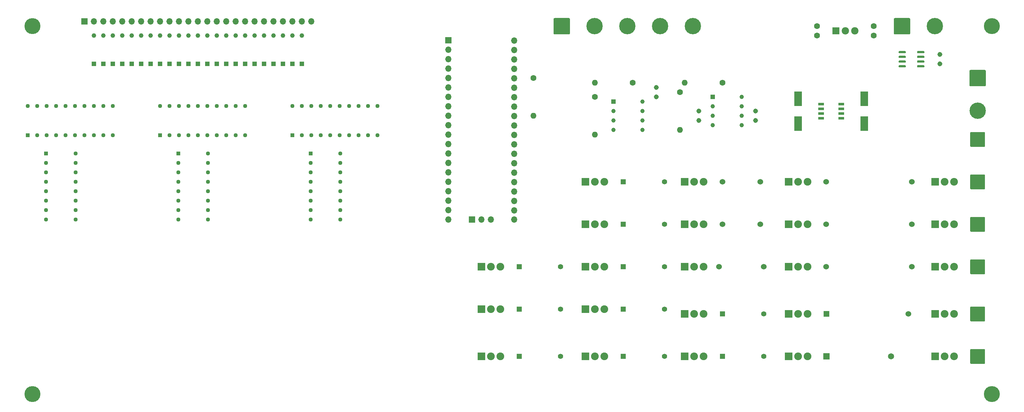
<source format=gbr>
%TF.GenerationSoftware,KiCad,Pcbnew,(5.1.12)-1*%
%TF.CreationDate,2022-01-28T10:52:39+13:00*%
%TF.ProjectId,switch_board,73776974-6368-45f6-926f-6172642e6b69,rev?*%
%TF.SameCoordinates,Original*%
%TF.FileFunction,Soldermask,Top*%
%TF.FilePolarity,Negative*%
%FSLAX46Y46*%
G04 Gerber Fmt 4.6, Leading zero omitted, Abs format (unit mm)*
G04 Created by KiCad (PCBNEW (5.1.12)-1) date 2022-01-28 10:52:39*
%MOMM*%
%LPD*%
G01*
G04 APERTURE LIST*
%ADD10C,4.300000*%
%ADD11C,4.400000*%
%ADD12R,1.130000X1.130000*%
%ADD13C,1.130000*%
%ADD14C,1.244600*%
%ADD15R,1.244600X1.244600*%
%ADD16C,1.600000*%
%ADD17C,1.316000*%
%ADD18R,2.150000X4.000000*%
%ADD19R,1.528000X0.650000*%
%ADD20R,1.159000X1.159000*%
%ADD21C,1.159000*%
%ADD22R,1.700000X1.700000*%
%ADD23O,1.700000X1.700000*%
%ADD24R,2.070000X2.070000*%
%ADD25C,2.070000*%
%ADD26O,1.600000X1.600000*%
%ADD27R,1.524000X1.524000*%
%ADD28C,1.524000*%
%ADD29R,1.397000X1.397000*%
%ADD30C,1.397000*%
%ADD31R,1.651000X1.651000*%
%ADD32C,1.651000*%
%ADD33R,1.980000X1.980000*%
%ADD34C,1.980000*%
G04 APERTURE END LIST*
D10*
%TO.C,REF\u002A\u002A*%
X20320000Y-17780000D03*
%TD*%
%TO.C,REF\u002A\u002A*%
X20320000Y-116840000D03*
%TD*%
%TO.C,REF\u002A\u002A*%
X278130000Y-116840000D03*
%TD*%
%TO.C,REF\u002A\u002A*%
X278130000Y-17780000D03*
%TD*%
%TO.C,J1*%
G36*
G01*
X160360000Y-19730001D02*
X160360000Y-15829999D01*
G75*
G02*
X160609999Y-15580000I249999J0D01*
G01*
X164510001Y-15580000D01*
G75*
G02*
X164760000Y-15829999I0J-249999D01*
G01*
X164760000Y-19730001D01*
G75*
G02*
X164510001Y-19980000I-249999J0D01*
G01*
X160609999Y-19980000D01*
G75*
G02*
X160360000Y-19730001I0J249999D01*
G01*
G37*
D11*
X171360000Y-17780000D03*
X180160000Y-17780000D03*
X188960000Y-17780000D03*
X197760000Y-17780000D03*
%TD*%
D12*
%TO.C,IC5*%
X54610000Y-47150000D03*
D13*
X57150000Y-47150000D03*
X59690000Y-47150000D03*
X62230000Y-47150000D03*
X64770000Y-47150000D03*
X67310000Y-47150000D03*
X69850000Y-47150000D03*
X72390000Y-47150000D03*
X74930000Y-47150000D03*
X77470000Y-47150000D03*
X77470000Y-39210000D03*
X74930000Y-39210000D03*
X72390000Y-39210000D03*
X69850000Y-39210000D03*
X67310000Y-39210000D03*
X64770000Y-39210000D03*
X62230000Y-39210000D03*
X59690000Y-39210000D03*
X57150000Y-39210000D03*
X54610000Y-39210000D03*
%TD*%
%TO.C,IC4*%
X19050000Y-39210000D03*
X21590000Y-39210000D03*
X24130000Y-39210000D03*
X26670000Y-39210000D03*
X29210000Y-39210000D03*
X31750000Y-39210000D03*
X34290000Y-39210000D03*
X36830000Y-39210000D03*
X39370000Y-39210000D03*
X41910000Y-39210000D03*
X41910000Y-47150000D03*
X39370000Y-47150000D03*
X36830000Y-47150000D03*
X34290000Y-47150000D03*
X31750000Y-47150000D03*
X29210000Y-47150000D03*
X26670000Y-47150000D03*
X24130000Y-47150000D03*
X21590000Y-47150000D03*
D12*
X19050000Y-47150000D03*
%TD*%
D14*
%TO.C,R23*%
X36830000Y-20320000D03*
D15*
X36830000Y-27940000D03*
%TD*%
D16*
%TO.C,C1*%
X231140000Y-20280000D03*
X231140000Y-17780000D03*
%TD*%
%TO.C,C2*%
X246380000Y-17780000D03*
X246380000Y-20280000D03*
%TD*%
D17*
%TO.C,C3*%
X199390000Y-43180000D03*
X199390000Y-40640000D03*
%TD*%
%TO.C,C4*%
X214630000Y-40640000D03*
X214630000Y-43180000D03*
%TD*%
%TO.C,C5*%
X264160000Y-27940000D03*
X264160000Y-25400000D03*
%TD*%
%TO.C,C6*%
X187960000Y-36830000D03*
X187960000Y-34290000D03*
%TD*%
D18*
%TO.C,C7*%
X226060000Y-43990000D03*
X226060000Y-37290000D03*
%TD*%
%TO.C,C8*%
X243840000Y-37290000D03*
X243840000Y-43990000D03*
%TD*%
D13*
%TO.C,IC1*%
X31910000Y-52070000D03*
X31910000Y-54610000D03*
X31910000Y-57150000D03*
X31910000Y-59690000D03*
X31910000Y-62230000D03*
X31910000Y-64770000D03*
X31910000Y-67310000D03*
X31910000Y-69850000D03*
X23970000Y-69850000D03*
X23970000Y-67310000D03*
X23970000Y-64770000D03*
X23970000Y-62230000D03*
X23970000Y-59690000D03*
X23970000Y-57150000D03*
X23970000Y-54610000D03*
D12*
X23970000Y-52070000D03*
%TD*%
%TO.C,IC2*%
X59530000Y-52070000D03*
D13*
X59530000Y-54610000D03*
X59530000Y-57150000D03*
X59530000Y-59690000D03*
X59530000Y-62230000D03*
X59530000Y-64770000D03*
X59530000Y-67310000D03*
X59530000Y-69850000D03*
X67470000Y-69850000D03*
X67470000Y-67310000D03*
X67470000Y-64770000D03*
X67470000Y-62230000D03*
X67470000Y-59690000D03*
X67470000Y-57150000D03*
X67470000Y-54610000D03*
X67470000Y-52070000D03*
%TD*%
D12*
%TO.C,IC3*%
X95090000Y-52070000D03*
D13*
X95090000Y-54610000D03*
X95090000Y-57150000D03*
X95090000Y-59690000D03*
X95090000Y-62230000D03*
X95090000Y-64770000D03*
X95090000Y-67310000D03*
X95090000Y-69850000D03*
X103030000Y-69850000D03*
X103030000Y-67310000D03*
X103030000Y-64770000D03*
X103030000Y-62230000D03*
X103030000Y-59690000D03*
X103030000Y-57150000D03*
X103030000Y-54610000D03*
X103030000Y-52070000D03*
%TD*%
D12*
%TO.C,IC6*%
X90170000Y-47150000D03*
D13*
X92710000Y-47150000D03*
X95250000Y-47150000D03*
X97790000Y-47150000D03*
X100330000Y-47150000D03*
X102870000Y-47150000D03*
X105410000Y-47150000D03*
X107950000Y-47150000D03*
X110490000Y-47150000D03*
X113030000Y-47150000D03*
X113030000Y-39210000D03*
X110490000Y-39210000D03*
X107950000Y-39210000D03*
X105410000Y-39210000D03*
X102870000Y-39210000D03*
X100330000Y-39210000D03*
X97790000Y-39210000D03*
X95250000Y-39210000D03*
X92710000Y-39210000D03*
X90170000Y-39210000D03*
%TD*%
D19*
%TO.C,IC7*%
X232239000Y-38735000D03*
X232239000Y-40005000D03*
X232239000Y-41275000D03*
X232239000Y-42545000D03*
X237661000Y-42545000D03*
X237661000Y-41275000D03*
X237661000Y-40005000D03*
X237661000Y-38735000D03*
%TD*%
D20*
%TO.C,IC8*%
X203105000Y-36830000D03*
D21*
X203105000Y-39370000D03*
X203105000Y-41910000D03*
X203105000Y-44450000D03*
X210915000Y-44450000D03*
X210915000Y-41910000D03*
X210915000Y-39370000D03*
X210915000Y-36830000D03*
%TD*%
%TO.C,IC9*%
X184245000Y-38100000D03*
X184245000Y-40640000D03*
X184245000Y-43180000D03*
X184245000Y-45720000D03*
X176435000Y-45720000D03*
X176435000Y-43180000D03*
X176435000Y-40640000D03*
D20*
X176435000Y-38100000D03*
%TD*%
D11*
%TO.C,J2*%
X262800000Y-17780000D03*
G36*
G01*
X251800000Y-19730001D02*
X251800000Y-15829999D01*
G75*
G02*
X252049999Y-15580000I249999J0D01*
G01*
X255950001Y-15580000D01*
G75*
G02*
X256200000Y-15829999I0J-249999D01*
G01*
X256200000Y-19730001D01*
G75*
G02*
X255950001Y-19980000I-249999J0D01*
G01*
X252049999Y-19980000D01*
G75*
G02*
X251800000Y-19730001I0J249999D01*
G01*
G37*
%TD*%
%TO.C,J3*%
G36*
G01*
X272320000Y-61440000D02*
X272320000Y-57940000D01*
G75*
G02*
X272570000Y-57690000I250000J0D01*
G01*
X276070000Y-57690000D01*
G75*
G02*
X276320000Y-57940000I0J-250000D01*
G01*
X276320000Y-61440000D01*
G75*
G02*
X276070000Y-61690000I-250000J0D01*
G01*
X272570000Y-61690000D01*
G75*
G02*
X272320000Y-61440000I0J250000D01*
G01*
G37*
%TD*%
%TO.C,J4*%
G36*
G01*
X272320000Y-72870000D02*
X272320000Y-69370000D01*
G75*
G02*
X272570000Y-69120000I250000J0D01*
G01*
X276070000Y-69120000D01*
G75*
G02*
X276320000Y-69370000I0J-250000D01*
G01*
X276320000Y-72870000D01*
G75*
G02*
X276070000Y-73120000I-250000J0D01*
G01*
X272570000Y-73120000D01*
G75*
G02*
X272320000Y-72870000I0J250000D01*
G01*
G37*
%TD*%
%TO.C,J5*%
G36*
G01*
X272320000Y-84300000D02*
X272320000Y-80800000D01*
G75*
G02*
X272570000Y-80550000I250000J0D01*
G01*
X276070000Y-80550000D01*
G75*
G02*
X276320000Y-80800000I0J-250000D01*
G01*
X276320000Y-84300000D01*
G75*
G02*
X276070000Y-84550000I-250000J0D01*
G01*
X272570000Y-84550000D01*
G75*
G02*
X272320000Y-84300000I0J250000D01*
G01*
G37*
%TD*%
%TO.C,J6*%
G36*
G01*
X272320000Y-97000000D02*
X272320000Y-93500000D01*
G75*
G02*
X272570000Y-93250000I250000J0D01*
G01*
X276070000Y-93250000D01*
G75*
G02*
X276320000Y-93500000I0J-250000D01*
G01*
X276320000Y-97000000D01*
G75*
G02*
X276070000Y-97250000I-250000J0D01*
G01*
X272570000Y-97250000D01*
G75*
G02*
X272320000Y-97000000I0J250000D01*
G01*
G37*
%TD*%
%TO.C,J7*%
G36*
G01*
X272320000Y-108430000D02*
X272320000Y-104930000D01*
G75*
G02*
X272570000Y-104680000I250000J0D01*
G01*
X276070000Y-104680000D01*
G75*
G02*
X276320000Y-104930000I0J-250000D01*
G01*
X276320000Y-108430000D01*
G75*
G02*
X276070000Y-108680000I-250000J0D01*
G01*
X272570000Y-108680000D01*
G75*
G02*
X272320000Y-108430000I0J250000D01*
G01*
G37*
%TD*%
%TO.C,J8*%
G36*
G01*
X272320000Y-50010000D02*
X272320000Y-46510000D01*
G75*
G02*
X272570000Y-46260000I250000J0D01*
G01*
X276070000Y-46260000D01*
G75*
G02*
X276320000Y-46510000I0J-250000D01*
G01*
X276320000Y-50010000D01*
G75*
G02*
X276070000Y-50260000I-250000J0D01*
G01*
X272570000Y-50260000D01*
G75*
G02*
X272320000Y-50010000I0J250000D01*
G01*
G37*
%TD*%
D22*
%TO.C,LED_Out1*%
X34290000Y-16510000D03*
D23*
X36830000Y-16510000D03*
X39370000Y-16510000D03*
X41910000Y-16510000D03*
X44450000Y-16510000D03*
X46990000Y-16510000D03*
X49530000Y-16510000D03*
X52070000Y-16510000D03*
X54610000Y-16510000D03*
X57150000Y-16510000D03*
X59690000Y-16510000D03*
X62230000Y-16510000D03*
X64770000Y-16510000D03*
X67310000Y-16510000D03*
X69850000Y-16510000D03*
X72390000Y-16510000D03*
X74930000Y-16510000D03*
X77470000Y-16510000D03*
X80010000Y-16510000D03*
X82550000Y-16510000D03*
X85090000Y-16510000D03*
X87630000Y-16510000D03*
X90170000Y-16510000D03*
X92710000Y-16510000D03*
X95250000Y-16510000D03*
%TD*%
%TO.C,M1*%
G36*
G01*
X272369999Y-29550000D02*
X276270001Y-29550000D01*
G75*
G02*
X276520000Y-29799999I0J-249999D01*
G01*
X276520000Y-33700001D01*
G75*
G02*
X276270001Y-33950000I-249999J0D01*
G01*
X272369999Y-33950000D01*
G75*
G02*
X272120000Y-33700001I0J249999D01*
G01*
X272120000Y-29799999D01*
G75*
G02*
X272369999Y-29550000I249999J0D01*
G01*
G37*
D11*
X274320000Y-40550000D03*
%TD*%
D24*
%TO.C,Q1*%
X223520000Y-95250000D03*
D25*
X226060000Y-95250000D03*
X228600000Y-95250000D03*
%TD*%
%TO.C,Q2*%
X173990000Y-106680000D03*
X171450000Y-106680000D03*
D24*
X168910000Y-106680000D03*
%TD*%
%TO.C,Q3*%
X223520000Y-106680000D03*
D25*
X226060000Y-106680000D03*
X228600000Y-106680000D03*
%TD*%
%TO.C,Q4*%
X200660000Y-82550000D03*
X198120000Y-82550000D03*
D24*
X195580000Y-82550000D03*
%TD*%
%TO.C,Q5*%
X168910000Y-71120000D03*
D25*
X171450000Y-71120000D03*
X173990000Y-71120000D03*
%TD*%
%TO.C,Q6*%
X228600000Y-71120000D03*
X226060000Y-71120000D03*
D24*
X223520000Y-71120000D03*
%TD*%
%TO.C,Q7*%
X223520000Y-82550000D03*
D25*
X226060000Y-82550000D03*
X228600000Y-82550000D03*
%TD*%
D24*
%TO.C,Q8*%
X223520000Y-59690000D03*
D25*
X226060000Y-59690000D03*
X228600000Y-59690000D03*
%TD*%
%TO.C,Q9*%
X173990000Y-82550000D03*
X171450000Y-82550000D03*
D24*
X168910000Y-82550000D03*
%TD*%
D25*
%TO.C,Q10*%
X146050000Y-82550000D03*
X143510000Y-82550000D03*
D24*
X140970000Y-82550000D03*
%TD*%
D25*
%TO.C,Q11*%
X200660000Y-59690000D03*
X198120000Y-59690000D03*
D24*
X195580000Y-59690000D03*
%TD*%
%TO.C,Q12*%
X195580000Y-71120000D03*
D25*
X198120000Y-71120000D03*
X200660000Y-71120000D03*
%TD*%
D24*
%TO.C,Q13*%
X168910000Y-59690000D03*
D25*
X171450000Y-59690000D03*
X173990000Y-59690000D03*
%TD*%
D24*
%TO.C,Q14*%
X140970000Y-93980000D03*
D25*
X143510000Y-93980000D03*
X146050000Y-93980000D03*
%TD*%
%TO.C,Q15*%
X146050000Y-106680000D03*
X143510000Y-106680000D03*
D24*
X140970000Y-106680000D03*
%TD*%
%TO.C,Q16*%
X168910000Y-93980000D03*
D25*
X171450000Y-93980000D03*
X173990000Y-93980000D03*
%TD*%
%TO.C,Q17*%
X200660000Y-95250000D03*
X198120000Y-95250000D03*
D24*
X195580000Y-95250000D03*
%TD*%
%TO.C,Q18*%
X195580000Y-106680000D03*
D25*
X198120000Y-106680000D03*
X200660000Y-106680000D03*
%TD*%
%TO.C,Q19*%
X267970000Y-59690000D03*
X265430000Y-59690000D03*
D24*
X262890000Y-59690000D03*
%TD*%
%TO.C,Q20*%
X262890000Y-71120000D03*
D25*
X265430000Y-71120000D03*
X267970000Y-71120000D03*
%TD*%
%TO.C,Q21*%
X267970000Y-82550000D03*
X265430000Y-82550000D03*
D24*
X262890000Y-82550000D03*
%TD*%
%TO.C,Q22*%
X262890000Y-95250000D03*
D25*
X265430000Y-95250000D03*
X267970000Y-95250000D03*
%TD*%
%TO.C,Q23*%
X267970000Y-106680000D03*
X265430000Y-106680000D03*
D24*
X262890000Y-106680000D03*
%TD*%
D26*
%TO.C,R1*%
X195580000Y-33020000D03*
D16*
X205740000Y-33020000D03*
%TD*%
%TO.C,R2*%
X194310000Y-35560000D03*
D26*
X194310000Y-45720000D03*
%TD*%
D16*
%TO.C,R3*%
X171450000Y-36830000D03*
D26*
X171450000Y-46990000D03*
%TD*%
%TO.C,R4*%
X171450000Y-33020000D03*
D16*
X181610000Y-33020000D03*
%TD*%
D27*
%TO.C,R5*%
X233680000Y-95250000D03*
D28*
X255681480Y-95250000D03*
%TD*%
D29*
%TO.C,R6*%
X179070000Y-106680000D03*
D30*
X190172340Y-106680000D03*
%TD*%
D31*
%TO.C,R7*%
X233680000Y-106680000D03*
D32*
X251081539Y-106680000D03*
%TD*%
D28*
%TO.C,R8*%
X204820000Y-82550000D03*
X216820000Y-82550000D03*
%TD*%
D29*
%TO.C,R9*%
X179070000Y-71120000D03*
D30*
X190172340Y-71120000D03*
%TD*%
D28*
%TO.C,R10*%
X233610000Y-71120000D03*
X256610000Y-71120000D03*
%TD*%
%TO.C,R11*%
X233610000Y-82550000D03*
X256610000Y-82550000D03*
%TD*%
%TO.C,R12*%
X256610000Y-59690000D03*
X233610000Y-59690000D03*
%TD*%
D30*
%TO.C,R13*%
X190172340Y-82550000D03*
D29*
X179070000Y-82550000D03*
%TD*%
%TO.C,R14*%
X151130000Y-82550000D03*
D30*
X162232340Y-82550000D03*
%TD*%
D28*
%TO.C,R15*%
X215920000Y-59690000D03*
X205720000Y-59690000D03*
%TD*%
%TO.C,R16*%
X205720000Y-71120000D03*
X215920000Y-71120000D03*
%TD*%
D30*
%TO.C,R17*%
X190172340Y-59690000D03*
D29*
X179070000Y-59690000D03*
%TD*%
%TO.C,R18*%
X151130000Y-93980000D03*
D30*
X162232340Y-93980000D03*
%TD*%
%TO.C,R19*%
X162232340Y-106680000D03*
D29*
X151130000Y-106680000D03*
%TD*%
D30*
%TO.C,R20*%
X190172340Y-93980000D03*
D29*
X179070000Y-93980000D03*
%TD*%
%TO.C,R21*%
X205740000Y-95250000D03*
D30*
X216842340Y-95250000D03*
%TD*%
%TO.C,R22*%
X216842340Y-106680000D03*
D29*
X205740000Y-106680000D03*
%TD*%
D15*
%TO.C,R24*%
X39370000Y-27940000D03*
D14*
X39370000Y-20320000D03*
%TD*%
D15*
%TO.C,R25*%
X41910000Y-27940000D03*
D14*
X41910000Y-20320000D03*
%TD*%
%TO.C,R26*%
X44450000Y-20320000D03*
D15*
X44450000Y-27940000D03*
%TD*%
D14*
%TO.C,R27*%
X46990000Y-20320000D03*
D15*
X46990000Y-27940000D03*
%TD*%
%TO.C,R28*%
X49530000Y-27940000D03*
D14*
X49530000Y-20320000D03*
%TD*%
D15*
%TO.C,R29*%
X52070000Y-27940000D03*
D14*
X52070000Y-20320000D03*
%TD*%
%TO.C,R30*%
X54610000Y-20320000D03*
D15*
X54610000Y-27940000D03*
%TD*%
D14*
%TO.C,R31*%
X57150000Y-20320000D03*
D15*
X57150000Y-27940000D03*
%TD*%
%TO.C,R32*%
X59690000Y-27940000D03*
D14*
X59690000Y-20320000D03*
%TD*%
D15*
%TO.C,R33*%
X62230000Y-27940000D03*
D14*
X62230000Y-20320000D03*
%TD*%
%TO.C,R34*%
X64770000Y-20320000D03*
D15*
X64770000Y-27940000D03*
%TD*%
D14*
%TO.C,R35*%
X67310000Y-20320000D03*
D15*
X67310000Y-27940000D03*
%TD*%
%TO.C,R36*%
X69850000Y-27940000D03*
D14*
X69850000Y-20320000D03*
%TD*%
D15*
%TO.C,R37*%
X72390000Y-27940000D03*
D14*
X72390000Y-20320000D03*
%TD*%
%TO.C,R38*%
X74930000Y-20320000D03*
D15*
X74930000Y-27940000D03*
%TD*%
D14*
%TO.C,R39*%
X77470000Y-20320000D03*
D15*
X77470000Y-27940000D03*
%TD*%
%TO.C,R40*%
X80010000Y-27940000D03*
D14*
X80010000Y-20320000D03*
%TD*%
D15*
%TO.C,R41*%
X82550000Y-27940000D03*
D14*
X82550000Y-20320000D03*
%TD*%
%TO.C,R42*%
X85090000Y-20320000D03*
D15*
X85090000Y-27940000D03*
%TD*%
D14*
%TO.C,R43*%
X87630000Y-20320000D03*
D15*
X87630000Y-27940000D03*
%TD*%
%TO.C,R44*%
X90170000Y-27940000D03*
D14*
X90170000Y-20320000D03*
%TD*%
D15*
%TO.C,R45*%
X92710000Y-27940000D03*
D14*
X92710000Y-20320000D03*
%TD*%
D16*
%TO.C,R46*%
X154940000Y-31750000D03*
D26*
X154940000Y-41910000D03*
%TD*%
D23*
%TO.C,U1*%
X149800000Y-69850000D03*
D22*
X132080000Y-21590000D03*
D23*
X132080000Y-24130000D03*
X132080000Y-26670000D03*
X132080000Y-29210000D03*
X132080000Y-31750000D03*
X132080000Y-34290000D03*
X132080000Y-36830000D03*
X132080000Y-39370000D03*
X132080000Y-41910000D03*
X132080000Y-44450000D03*
X132080000Y-46990000D03*
X132080000Y-49530000D03*
X132080000Y-52070000D03*
X132080000Y-54610000D03*
X132080000Y-57150000D03*
X132080000Y-59690000D03*
X132080000Y-62230000D03*
X132080000Y-64770000D03*
X132080000Y-67310000D03*
X132080000Y-69850000D03*
X149800000Y-21650000D03*
X149800000Y-24190000D03*
X149800000Y-26730000D03*
X149800000Y-29270000D03*
X149800000Y-31810000D03*
X149800000Y-34350000D03*
X149800000Y-36890000D03*
X149800000Y-39430000D03*
X149800000Y-41970000D03*
X149800000Y-44510000D03*
X149800000Y-47050000D03*
X149800000Y-49590000D03*
X149800000Y-52130000D03*
X149800000Y-54670000D03*
X149800000Y-57210000D03*
X149800000Y-59750000D03*
X149800000Y-62290000D03*
X149800000Y-64830000D03*
X149800000Y-67370000D03*
D22*
X138430000Y-69850000D03*
D23*
X143510000Y-69850000D03*
X140970000Y-69850000D03*
%TD*%
D33*
%TO.C,U2*%
X236220000Y-19050000D03*
D34*
X238770000Y-19050000D03*
X241320000Y-19050000D03*
%TD*%
%TO.C,U3*%
G36*
G01*
X253090000Y-24915000D02*
X253090000Y-24615000D01*
G75*
G02*
X253240000Y-24465000I150000J0D01*
G01*
X254890000Y-24465000D01*
G75*
G02*
X255040000Y-24615000I0J-150000D01*
G01*
X255040000Y-24915000D01*
G75*
G02*
X254890000Y-25065000I-150000J0D01*
G01*
X253240000Y-25065000D01*
G75*
G02*
X253090000Y-24915000I0J150000D01*
G01*
G37*
G36*
G01*
X253090000Y-26185000D02*
X253090000Y-25885000D01*
G75*
G02*
X253240000Y-25735000I150000J0D01*
G01*
X254890000Y-25735000D01*
G75*
G02*
X255040000Y-25885000I0J-150000D01*
G01*
X255040000Y-26185000D01*
G75*
G02*
X254890000Y-26335000I-150000J0D01*
G01*
X253240000Y-26335000D01*
G75*
G02*
X253090000Y-26185000I0J150000D01*
G01*
G37*
G36*
G01*
X253090000Y-27455000D02*
X253090000Y-27155000D01*
G75*
G02*
X253240000Y-27005000I150000J0D01*
G01*
X254890000Y-27005000D01*
G75*
G02*
X255040000Y-27155000I0J-150000D01*
G01*
X255040000Y-27455000D01*
G75*
G02*
X254890000Y-27605000I-150000J0D01*
G01*
X253240000Y-27605000D01*
G75*
G02*
X253090000Y-27455000I0J150000D01*
G01*
G37*
G36*
G01*
X253090000Y-28725000D02*
X253090000Y-28425000D01*
G75*
G02*
X253240000Y-28275000I150000J0D01*
G01*
X254890000Y-28275000D01*
G75*
G02*
X255040000Y-28425000I0J-150000D01*
G01*
X255040000Y-28725000D01*
G75*
G02*
X254890000Y-28875000I-150000J0D01*
G01*
X253240000Y-28875000D01*
G75*
G02*
X253090000Y-28725000I0J150000D01*
G01*
G37*
G36*
G01*
X258040000Y-28725000D02*
X258040000Y-28425000D01*
G75*
G02*
X258190000Y-28275000I150000J0D01*
G01*
X259840000Y-28275000D01*
G75*
G02*
X259990000Y-28425000I0J-150000D01*
G01*
X259990000Y-28725000D01*
G75*
G02*
X259840000Y-28875000I-150000J0D01*
G01*
X258190000Y-28875000D01*
G75*
G02*
X258040000Y-28725000I0J150000D01*
G01*
G37*
G36*
G01*
X258040000Y-27455000D02*
X258040000Y-27155000D01*
G75*
G02*
X258190000Y-27005000I150000J0D01*
G01*
X259840000Y-27005000D01*
G75*
G02*
X259990000Y-27155000I0J-150000D01*
G01*
X259990000Y-27455000D01*
G75*
G02*
X259840000Y-27605000I-150000J0D01*
G01*
X258190000Y-27605000D01*
G75*
G02*
X258040000Y-27455000I0J150000D01*
G01*
G37*
G36*
G01*
X258040000Y-26185000D02*
X258040000Y-25885000D01*
G75*
G02*
X258190000Y-25735000I150000J0D01*
G01*
X259840000Y-25735000D01*
G75*
G02*
X259990000Y-25885000I0J-150000D01*
G01*
X259990000Y-26185000D01*
G75*
G02*
X259840000Y-26335000I-150000J0D01*
G01*
X258190000Y-26335000D01*
G75*
G02*
X258040000Y-26185000I0J150000D01*
G01*
G37*
G36*
G01*
X258040000Y-24915000D02*
X258040000Y-24615000D01*
G75*
G02*
X258190000Y-24465000I150000J0D01*
G01*
X259840000Y-24465000D01*
G75*
G02*
X259990000Y-24615000I0J-150000D01*
G01*
X259990000Y-24915000D01*
G75*
G02*
X259840000Y-25065000I-150000J0D01*
G01*
X258190000Y-25065000D01*
G75*
G02*
X258040000Y-24915000I0J150000D01*
G01*
G37*
%TD*%
M02*

</source>
